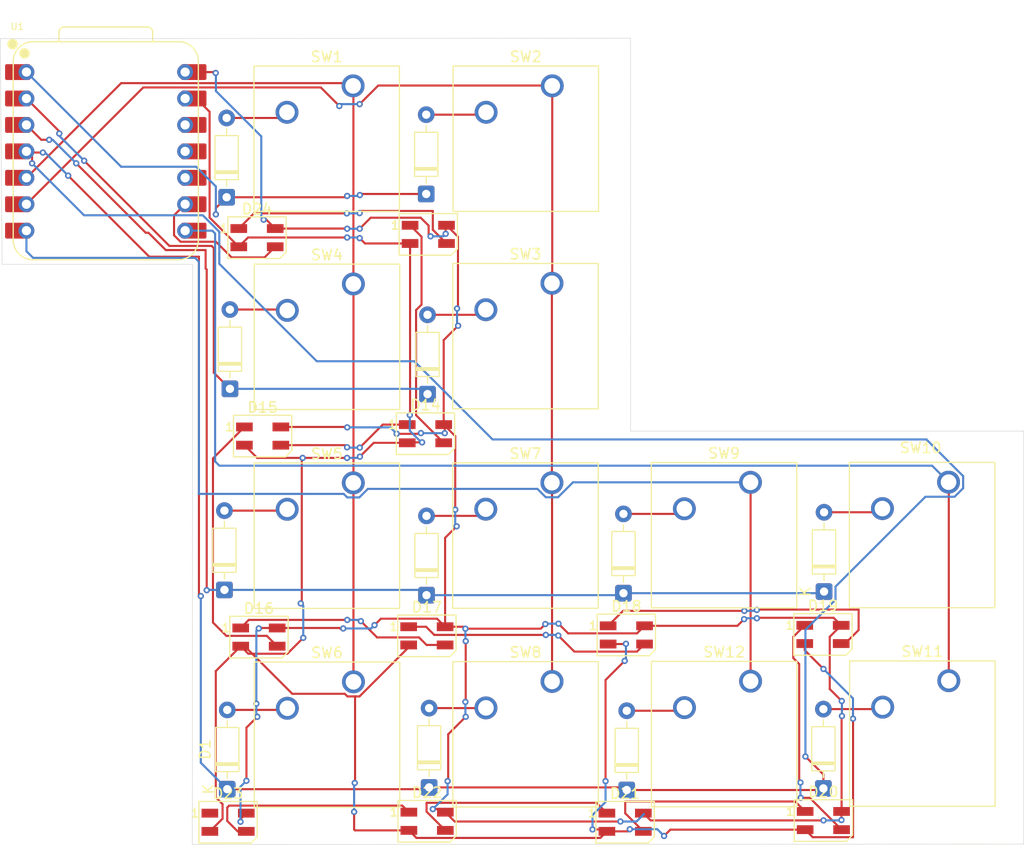
<source format=kicad_pcb>
(kicad_pcb (version 20241229) (generator "pcbnew") (generator_version "9.0")
  (layers (0 "F.Cu" signal) (2 "B.Cu" signal) (13 "F.Paste" user) (15 "B.Paste" user) (5 "F.SilkS" user "F.Silkscreen") (7 "B.SilkS" user "B.Silkscreen") (1 "F.Mask" user) (3 "B.Mask" user) (25 "Edge.Cuts" user))
  (net 0 "")
  (net 1 "Net-(D1-A)")
  (net 2 "row3")
  (net 3 "Net-(D2-A)")
  (net 4 "Net-(D3-A)")
  (net 5 "Net-(D4-A)")
  (net 6 "Net-(D5-A)")
  (net 7 "Net-(D6-A)")
  (net 8 "row2")
  (net 9 "Net-(D7-A)")
  (net 10 "Net-(D8-A)")
  (net 11 "row1")
  (net 12 "Net-(D9-A)")
  (net 13 "Net-(D10-A)")
  (net 14 "Net-(D11-A)")
  (net 15 "Net-(D12-A)")
  (net 16 "row4")
  (net 17 "+5V")
  (net 18 "Net-(D13-DOUT)")
  (net 19 "Net-(D13-DIN)")
  (net 20 "GND")
  (net 21 "Net-(D14-DOUT)")
  (net 22 "Net-(D15-DOUT)")
  (net 23 "Net-(D16-DOUT)")
  (net 24 "Net-(D17-DOUT)")
  (net 25 "Net-(D18-DOUT)")
  (net 26 "Net-(D19-DOUT)")
  (net 27 "Net-(D20-DOUT)")
  (net 28 "Net-(D21-DOUT)")
  (net 29 "Net-(D22-DOUT)")
  (net 31 "Net-(D24-DIN)")
  (net 32 "col1")
  (net 33 "col2")
  (net 34 "col3")
  (net 35 "col4")
  (footprint "Button_Switch_Keyboard:SW_Cherry_MX_1.00u_PCB" (layer "F.Cu") (at 152.557 89.8775)
    (property "Reference" "SW8")
    (property "Value" "SW_Push")
  )
  (footprint "LED_SMD:LED_SK6812MINI_PLCC4_3.5x3.5mm_P1.75mm" (layer "F.Cu") (at 159.574 103.408)
    (property "Reference" "D21")
    (property "Value" "SK6812MINI")
  )
  (footprint "Diode_THT:D_DO-35_SOD27_P7.62mm_Horizontal" (layer "F.Cu") (at 140.598 62.2615 90)
    (property "Reference" "D10" (hide yes))
    (property "Value" "1N4148")
  )
  (footprint "Button_Switch_Keyboard:SW_Cherry_MX_1.00u_PCB" (layer "F.Cu") (at 171.626 89.8525)
    (property "Reference" "SW12")
    (property "Value" "SW_Push")
  )
  (footprint "Button_Switch_Keyboard:SW_Cherry_MX_1.00u_PCB" (layer "F.Cu") (at 133.451 32.6405)
    (property "Reference" "SW1")
    (property "Value" "SW_Push")
  )
  (footprint "Button_Switch_Keyboard:SW_Cherry_MX_1.00u_PCB" (layer "F.Cu") (at 133.479 51.6775)
    (property "Reference" "SW4")
    (property "Value" "SW_Push")
  )
  (footprint "Diode_THT:D_DO-35_SOD27_P7.62mm_Horizontal" (layer "F.Cu") (at 121.62 61.7565 90)
    (property "Reference" "D7" (hide yes))
    (property "Value" "1N4148")
  )
  (footprint "Button_Switch_Keyboard:SW_Cherry_MX_1.00u_PCB" (layer "F.Cu") (at 190.639 70.7245)
    (property "Reference" "SW10")
    (property "Value" "SW_Push")
  )
  (footprint "Diode_THT:D_DO-35_SOD27_P7.62mm_Horizontal" (layer "F.Cu") (at 159.73 100.3115 90)
    (property "Reference" "D5" (hide yes))
    (property "Value" "1N4148")
  )
  (footprint "Button_Switch_Keyboard:SW_Cherry_MX_1.00u_PCB" (layer "F.Cu") (at 171.616 70.7425)
    (property "Reference" "SW9")
    (property "Value" "SW_Push")
  )
  (footprint "Diode_THT:D_DO-35_SOD27_P7.62mm_Horizontal" (layer "F.Cu") (at 178.681 81.2395 90)
    (property "Reference" "D11" (hide yes))
    (property "Value" "1N4148")
  )
  (footprint "Diode_THT:D_DO-35_SOD27_P7.62mm_Horizontal" (layer "F.Cu") (at 121.363 100.2315 90)
    (property "Reference" "D1")
    (property "Value" "1N4148")
  )
  (footprint "LED_SMD:LED_SK6812MINI_PLCC4_3.5x3.5mm_P1.75mm" (layer "F.Cu") (at 121.441 103.409)
    (property "Reference" "D23")
    (property "Value" "SK6812MINI")
  )
  (footprint "LED_SMD:LED_SK6812MINI_PLCC4_3.5x3.5mm_P1.75mm" (layer "F.Cu") (at 178.578 85.361)
    (property "Reference" "D19")
    (property "Value" "SK6812MINI")
  )
  (footprint "LED_SMD:LED_SK6812MINI_PLCC4_3.5x3.5mm_P1.75mm" (layer "F.Cu") (at 140.4 66.069)
    (property "Reference" "D14")
    (property "Value" "SK6812MINI")
  )
  (footprint "Diode_THT:D_DO-35_SOD27_P7.62mm_Horizontal" (layer "F.Cu") (at 159.415 81.3965 90)
    (property "Reference" "D6" (hide yes))
    (property "Value" "1N4148")
  )
  (footprint "Diode_THT:D_DO-35_SOD27_P7.62mm_Horizontal" (layer "F.Cu") (at 140.5 81.5855 90)
    (property "Reference" "D4" (hide yes))
    (property "Value" "1N4148")
  )
  (footprint "LED_SMD:LED_SK6812MINI_PLCC4_3.5x3.5mm_P1.75mm" (layer "F.Cu") (at 124.407 85.613)
    (property "Reference" "D16")
    (property "Value" "SK6812MINI")
  )
  (footprint "LED_SMD:LED_SK6812MINI_PLCC4_3.5x3.5mm_P1.75mm" (layer "F.Cu") (at 124.219 47.228)
    (property "Reference" "D24")
    (property "Value" "SK6812MINI")
  )
  (footprint "Diode_THT:D_DO-35_SOD27_P7.62mm_Horizontal" (layer "F.Cu") (at 140.752 100.0595 90)
    (property "Reference" "D3" (hide yes))
    (property "Value" "1N4148")
  )
  (footprint "Diode_THT:D_DO-35_SOD27_P7.62mm_Horizontal" (layer "F.Cu") (at 140.472 43.0305 90)
    (property "Reference" "D9" (hide yes))
    (property "Value" "1N4148")
  )
  (footprint "Button_Switch_Keyboard:SW_Cherry_MX_1.00u_PCB" (layer "F.Cu") (at 133.485 89.9135)
    (property "Reference" "SW6")
    (property "Value" "SW_Push")
  )
  (footprint "Diode_THT:D_DO-35_SOD27_P7.62mm_Horizontal" (layer "F.Cu") (at 121.305 43.3465 90)
    (property "Reference" "D8" (hide yes))
    (property "Value" "1N4148")
  )
  (footprint "Diode_THT:D_DO-35_SOD27_P7.62mm_Horizontal" (layer "F.Cu") (at 178.618 100.1545 90)
    (property "Reference" "D12" (hide yes))
    (property "Value" "1N4148")
  )
  (footprint "Button_Switch_Keyboard:SW_Cherry_MX_1.00u_PCB" (layer "F.Cu") (at 190.662 89.8065)
    (property "Reference" "SW11")
    (property "Value" "SW_Push")
  )
  (footprint "Button_Switch_Keyboard:SW_Cherry_MX_1.00u_PCB" (layer "F.Cu") (at 152.576 32.639)
    (property "Reference" "SW2")
    (property "Value" "SW_Push")
  )
  (footprint "lib2:XIAO-RP2040-DIP" (layer "F.Cu") (at 109.695 38.937)
    (property "Reference" "U1")
    (property "Value" "XIAO-RP2040-DIP")
  )
  (footprint "LED_SMD:LED_SK6812MINI_PLCC4_3.5x3.5mm_P1.75mm" (layer "F.Cu") (at 140.556 103.314)
    (property "Reference" "D22")
    (property "Value" "SK6812MINI")
  )
  (footprint "LED_SMD:LED_SK6812MINI_PLCC4_3.5x3.5mm_P1.75mm" (layer "F.Cu") (at 178.615 103.244)
    (property "Reference" "D20")
    (property "Value" "SK6812MINI")
  )
  (footprint "Button_Switch_Keyboard:SW_Cherry_MX_1.00u_PCB" (layer "F.Cu") (at 152.542 70.7785)
    (property "Reference" "SW7")
    (property "Value" "SW_Push")
  )
  (footprint "Diode_THT:D_DO-35_SOD27_P7.62mm_Horizontal" (layer "F.Cu") (at 121.091 81.0805 90)
    (property "Reference" "D2" (hide yes))
    (property "Value" "1N4148")
  )
  (footprint "LED_SMD:LED_SK6812MINI_PLCC4_3.5x3.5mm_P1.75mm" (layer "F.Cu") (at 140.536 85.496)
    (property "Reference" "D17")
    (property "Value" "SK6812MINI")
  )
  (footprint "LED_SMD:LED_SK6812MINI_PLCC4_3.5x3.5mm_P1.75mm" (layer "F.Cu") (at 124.76 66.295)
    (property "Reference" "D15")
    (property "Value" "SK6812MINI")
  )
  (footprint "LED_SMD:LED_SK6812MINI_PLCC4_3.5x3.5mm_P1.75mm" (layer "F.Cu") (at 140.671 46.913)
    (property "Reference" "D13" (hide yes))
    (property "Value" "SK6812MINI")
  )
  (footprint "Button_Switch_Keyboard:SW_Cherry_MX_1.00u_PCB" (layer "F.Cu") (at 152.549 51.6125)
    (property "Reference" "SW3")
    (property "Value" "SW_Push")
  )
  (footprint "LED_SMD:LED_SK6812MINI_PLCC4_3.5x3.5mm_P1.75mm" (layer "F.Cu") (at 159.692 85.406)
    (property "Reference" "D18")
    (property "Value" "SK6812MINI")
  )
  (footprint "Button_Switch_Keyboard:SW_Cherry_MX_1.00u_PCB" (layer "F.Cu") (at 133.469 70.7915)
    (property "Reference" "SW5")
    (property "Value" "SW_Push")
  )
  (gr_line (start 197.861 65.82) (end 197.861 104.97) (stroke (width 0.05)) (layer "Edge.Cuts"))
  (gr_line (start 100.201 28.101) (end 160.094 28.063) (stroke (width 0.05)) (layer "Edge.Cuts"))
  (gr_line (start 99.561 28.101) (end 100.201 28.101) (stroke (width 0.05)) (layer "Edge.Cuts"))
  (gr_line (start 197.861 105.506) (end 118.007 105.548) (stroke (width 0.05)) (layer "Edge.Cuts"))
  (gr_line (start 99.74 49.796) (end 99.561 28.101) (stroke (width 0.05)) (layer "Edge.Cuts"))
  (gr_line (start 160.101 65.82) (end 197.861 65.82) (stroke (width 0.05)) (layer "Edge.Cuts"))
  (gr_line (start 118.041 49.796) (end 99.74 49.796) (stroke (width 0.05)) (layer "Edge.Cuts"))
  (gr_line (start 160.094 28.063) (end 160.101 65.82) (stroke (width 0.05)) (layer "Edge.Cuts"))
  (gr_line (start 118.007 105.548) (end 118.041 49.796) (stroke (width 0.05)) (layer "Edge.Cuts"))
  (gr_line (start 197.861 104.97) (end 197.861 105.506) (stroke (width 0.05)) (layer "Edge.Cuts"))
  (segment (start 126.977 92.6115) (end 127.135 92.4535) (width 0.2) (layer "F.Cu") (net 1))
  (segment (start 121.363 92.6115) (end 126.977 92.6115) (width 0.2) (layer "F.Cu") (net 1))
  (segment (start 115.461 48.422) (end 113.795 46.756) (width 0.2) (layer "F.Cu") (net 2))
  (segment (start 119.284 48.422) (end 115.461 48.422) (width 0.2) (layer "F.Cu") (net 2))
  (segment (start 119.39 50.295058) (end 119.284 50.189058) (width 0.2) (layer "F.Cu") (net 2))
  (segment (start 113.795 46.756) (end 113.52944 46.756) (width 0.2) (layer "F.Cu") (net 2))
  (segment (start 113.52944 46.756) (end 106.858878 40.085438) (width 0.2) (layer "F.Cu") (net 2))
  (segment (start 103.5 37.822) (end 102.075 36.397) (width 0.2) (layer "F.Cu") (net 2))
  (segment (start 104.259 37.822) (end 103.5 37.822) (width 0.2) (layer "F.Cu") (net 2))
  (segment (start 119.39 81.108) (end 119.39 50.295058) (width 0.2) (layer "F.Cu") (net 2))
  (segment (start 119.284 50.189058) (end 119.284 48.422) (width 0.2) (layer "F.Cu") (net 2))
  (via (at 119.39 81.108) (size 0.6) (drill 0.3) (layers "F.Cu" "B.Cu") (net 2))
  (via (at 106.858878 40.085438) (size 0.6) (drill 0.3) (layers "F.Cu" "B.Cu") (net 2))
  (via (at 104.259 37.822) (size 0.6) (drill 0.3) (layers "F.Cu" "B.Cu") (net 2))
  (segment (start 139.995 81.0805) (end 140.5 81.5855) (width 0.2) (layer "B.Cu") (net 2))
  (segment (start 119.4175 81.0805) (end 119.39 81.108) (width 0.2) (layer "B.Cu") (net 2))
  (segment (start 140.5 81.5855) (end 159.226 81.5855) (width 0.2) (layer "B.Cu") (net 2))
  (segment (start 106.858878 40.085438) (end 104.59544 37.822) (width 0.2) (layer "B.Cu") (net 2))
  (segment (start 121.091 81.0805) (end 139.995 81.0805) (width 0.2) (layer "B.Cu") (net 2))
  (segment (start 104.59544 37.822) (end 104.259 37.822) (width 0.2) (layer "B.Cu") (net 2))
  (segment (start 159.415 81.3965) (end 178.524 81.3965) (width 0.2) (layer "B.Cu") (net 2))
  (segment (start 159.226 81.5855) (end 159.415 81.3965) (width 0.2) (layer "B.Cu") (net 2))
  (segment (start 121.091 81.0805) (end 119.4175 81.0805) (width 0.2) (layer "B.Cu") (net 2))
  (segment (start 178.524 81.3965) (end 178.681 81.2395) (width 0.2) (layer "B.Cu") (net 2))
  (segment (start 121.091 73.4605) (end 126.99 73.4605) (width 0.2) (layer "F.Cu") (net 3))
  (segment (start 126.99 73.4605) (end 127.119 73.3315) (width 0.2) (layer "F.Cu") (net 3))
  (segment (start 146.185 92.4395) (end 146.207 92.4175) (width 0.2) (layer "F.Cu") (net 4))
  (segment (start 140.752 92.4395) (end 146.185 92.4395) (width 0.2) (layer "F.Cu") (net 4))
  (segment (start 145.545 73.9655) (end 146.192 73.3185) (width 0.2) (layer "F.Cu") (net 5))
  (segment (start 140.5 73.9655) (end 145.545 73.9655) (width 0.2) (layer "F.Cu") (net 5))
  (segment (start 164.977 92.6915) (end 165.276 92.3925) (width 0.2) (layer "F.Cu") (net 6))
  (segment (start 159.73 92.6915) (end 164.977 92.6915) (width 0.2) (layer "F.Cu") (net 6))
  (segment (start 159.415 73.7765) (end 164.772 73.7765) (width 0.2) (layer "F.Cu") (net 7))
  (segment (start 164.772 73.7765) (end 165.266 73.2825) (width 0.2) (layer "F.Cu") (net 7))
  (segment (start 105.23 37.012) (end 102.075 33.857) (width 0.2) (layer "F.Cu") (net 8))
  (segment (start 115.804 48.021) (end 119.862 48.021) (width 0.2) (layer "F.Cu") (net 8))
  (segment (start 120.07 60.2065) (end 121.62 61.7565) (width 0.2) (layer "F.Cu") (net 8))
  (segment (start 105.23 37.222) (end 105.23 37.012) (width 0.2) (layer "F.Cu") (net 8))
  (segment (start 120.07 48.229) (end 120.07 60.2065) (width 0.2) (layer "F.Cu") (net 8))
  (segment (start 107.619 39.836) (end 115.804 48.021) (width 0.2) (layer "F.Cu") (net 8))
  (segment (start 119.862 48.021) (end 120.07 48.229) (width 0.2) (layer "F.Cu") (net 8))
  (via (at 107.619 39.836) (size 0.6) (drill 0.3) (layers "F.Cu" "B.Cu") (net 8))
  (via (at 105.23 37.222) (size 0.6) (drill 0.3) (layers "F.Cu" "B.Cu") (net 8))
  (segment (start 105.23 37.447) (end 107.619 39.836) (width 0.2) (layer "B.Cu") (net 8))
  (segment (start 105.23 37.222) (end 105.23 37.447) (width 0.2) (layer "B.Cu") (net 8))
  (segment (start 140.093 61.7565) (end 140.598 62.2615) (width 0.2) (layer "B.Cu") (net 8))
  (segment (start 121.62 61.7565) (end 140.093 61.7565) (width 0.2) (layer "B.Cu") (net 8))
  (segment (start 121.62 54.1365) (end 127.048 54.1365) (width 0.2) (layer "F.Cu") (net 9))
  (segment (start 127.048 54.1365) (end 127.129 54.2175) (width 0.2) (layer "F.Cu") (net 9))
  (segment (start 126.555 35.7265) (end 127.101 35.1805) (width 0.2) (layer "F.Cu") (net 10))
  (segment (start 121.305 35.7265) (end 126.555 35.7265) (width 0.2) (layer "F.Cu") (net 10))
  (segment (start 134.097 43.135) (end 134.2015 43.0305) (width 0.2) (layer "F.Cu") (net 11))
  (segment (start 132.7515 43.3465) (end 132.879 43.219) (width 0.2) (layer "F.Cu") (net 11))
  (segment (start 120.267 44.993) (end 120.267 44.3845) (width 0.2) (layer "F.Cu") (net 11))
  (segment (start 121.305 43.3465) (end 132.7515 43.3465) (width 0.2) (layer "F.Cu") (net 11))
  (segment (start 134.2015 43.0305) (end 140.472 43.0305) (width 0.2) (layer "F.Cu") (net 11))
  (segment (start 120.267 44.3845) (end 121.305 43.3465) (width 0.2) (layer "F.Cu") (net 11))
  (via (at 134.097 43.135) (size 0.6) (drill 0.3) (layers "F.Cu" "B.Cu") (net 11))
  (via (at 132.879 43.219) (size 0.6) (drill 0.3) (layers "F.Cu" "B.Cu") (net 11))
  (via (at 120.267 44.993) (size 0.6) (drill 0.3) (layers "F.Cu" "B.Cu") (net 11))
  (segment (start 120.267 42.3085) (end 120.267 44.993) (width 0.2) (layer "B.Cu") (net 11))
  (segment (start 111.172 40.414) (end 118.3725 40.414) (width 0.2) (layer "B.Cu") (net 11))
  (segment (start 134.013 43.219) (end 134.097 43.135) (width 0.2) (layer "B.Cu") (net 11))
  (segment (start 118.3725 40.414) (end 120.267 42.3085) (width 0.2) (layer "B.Cu") (net 11))
  (segment (start 132.879 43.219) (end 134.013 43.219) (width 0.2) (layer "B.Cu") (net 11))
  (segment (start 111.172 40.414) (end 102.075 31.317) (width 0.2) (layer "B.Cu") (net 11))
  (segment (start 140.472 35.4105) (end 145.7195 35.4105) (width 0.2) (layer "F.Cu") (net 12))
  (segment (start 140.598 54.6415) (end 145.71 54.6415) (width 0.2) (layer "F.Cu") (net 13))
  (segment (start 145.71 54.6415) (end 146.199 54.1525) (width 0.2) (layer "F.Cu") (net 13))
  (segment (start 178.681 73.6195) (end 183.934 73.6195) (width 0.2) (layer "F.Cu") (net 14))
  (segment (start 183.934 73.6195) (end 184.289 73.2645) (width 0.2) (layer "F.Cu") (net 14))
  (segment (start 184.124 92.5345) (end 184.312 92.3465) (width 0.2) (layer "F.Cu") (net 15))
  (segment (start 178.618 92.5345) (end 184.124 92.5345) (width 0.2) (layer "F.Cu") (net 15))
  (segment (start 102.187735 39.049735) (end 102.075 38.937) (width 0.2) (layer "F.Cu") (net 16))
  (segment (start 102.618735 40.084735) (end 102.618735 39.480735) (width 0.2) (layer "F.Cu") (net 16))
  (segment (start 118.642124 81.49148) (end 118.642124 49.061124) (width 0.2) (layer "F.Cu") (net 16))
  (segment (start 118.642124 49.061124) (end 113.875124 49.061124) (width 0.2) (layer "F.Cu") (net 16))
  (segment (start 103.653735 39.049735) (end 102.187735 39.049735) (width 0.2) (layer "F.Cu") (net 16))
  (segment (start 140.58 100.2315) (end 140.752 100.0595) (width 0.2) (layer "F.Cu") (net 16))
  (segment (start 178.618 100.1545) (end 178.618 98.815) (width 0.2) (layer "F.Cu") (net 16))
  (segment (start 178.461 100.3115) (end 178.618 100.1545) (width 0.2) (layer "F.Cu") (net 16))
  (segment (start 140.752 100.0595) (end 159.478 100.0595) (width 0.2) (layer "F.Cu") (net 16))
  (segment (start 178.618 98.815) (end 176.893 97.09) (width 0.2) (layer "F.Cu") (net 16))
  (segment (start 159.73 100.3115) (end 178.461 100.3115) (width 0.2) (layer "F.Cu") (net 16))
  (segment (start 113.875124 49.061124) (end 106.084 41.27) (width 0.2) (layer "F.Cu") (net 16))
  (segment (start 118.821562 81.670918) (end 118.642124 81.49148) (width 0.2) (layer "F.Cu") (net 16))
  (segment (start 102.618735 39.480735) (end 102.075 38.937) (width 0.2) (layer "F.Cu") (net 16))
  (segment (start 159.478 100.0595) (end 159.73 100.3115) (width 0.2) (layer "F.Cu") (net 16))
  (segment (start 121.363 100.2315) (end 140.58 100.2315) (width 0.2) (layer "F.Cu") (net 16))
  (via (at 176.893 97.09) (size 0.6) (drill 0.3) (layers "F.Cu" "B.Cu") (net 16))
  (via (at 103.653735 39.049735) (size 0.6) (drill 0.3) (layers "F.Cu" "B.Cu") (net 16))
  (via (at 102.618735 40.084735) (size 0.6) (drill 0.3) (layers "F.Cu" "B.Cu") (net 16))
  (via (at 106.084 41.27) (size 0.6) (drill 0.3) (layers "F.Cu" "B.Cu") (net 16))
  (via (at 118.821562 81.670918) (size 0.6) (drill 0.3) (layers "F.Cu" "B.Cu") (net 16))
  (segment (start 107.614 45.08) (end 102.618735 40.084735) (width 0.2) (layer "B.Cu") (net 16))
  (segment (start 188.515812 66.619998) (end 146.842658 66.619998) (width 0.2) (layer "B.Cu") (net 16))
  (segment (start 191.219314 72.1255) (end 192.04 71.304814) (width 0.2) (layer "B.Cu") (net 16))
  (segment (start 146.842658 66.619998) (end 139.33116 59.1085) (width 0.2) (layer "B.Cu") (net 16))
  (segment (start 176.893 97.09) (end 176.893 84.91366) (width 0.2) (layer "B.Cu") (net 16))
  (segment (start 119.0151 45.08) (end 107.614 45.08) (width 0.2) (layer "B.Cu") (net 16))
  (segment (start 188.417314 72.1255) (end 191.219314 72.1255) (width 0.2) (layer "B.Cu") (net 16))
  (segment (start 179.782 82.02466) (end 179.782 80.760814) (width 0.2) (layer "B.Cu") (net 16))
  (segment (start 192.04 70.144186) (end 188.515812 66.619998) (width 0.2) (layer "B.Cu") (net 16))
  (segment (start 179.782 80.760814) (end 188.417314 72.1255) (width 0.2) (layer "B.Cu") (net 16))
  (segment (start 103.863735 39.049735) (end 103.653735 39.049735) (width 0.2) (layer "B.Cu") (net 16))
  (segment (start 120.599 49.742316) (end 120.599 46.6639) (width 0.2) (layer "B.Cu") (net 16))
  (segment (start 139.33116 59.1085) (end 129.965184 59.1085) (width 0.2) (layer "B.Cu") (net 16))
  (segment (start 176.893 84.91366) (end 179.782 82.02466) (width 0.2) (layer "B.Cu") (net 16))
  (segment (start 192.04 71.304814) (end 192.04 70.144186) (width 0.2) (layer "B.Cu") (net 16))
  (segment (start 106.084 41.27) (end 103.863735 39.049735) (width 0.2) (layer "B.Cu") (net 16))
  (segment (start 121.363 100.2315) (end 118.821562 97.690062) (width 0.2) (layer "B.Cu") (net 16))
  (segment (start 118.821562 97.690062) (end 118.821562 81.670918) (width 0.2) (layer "B.Cu") (net 16))
  (segment (start 129.965184 59.1085) (end 120.599 49.742316) (width 0.2) (layer "B.Cu") (net 16))
  (segment (start 120.599 46.6639) (end 119.0151 45.08) (width 0.2) (layer "B.Cu") (net 16))
  (segment (start 123.206 94.315) (end 123.206 99.45) (width 0.2) (layer "F.Cu") (net 17))
  (segment (start 170.360398 84.531) (end 161.442 84.531) (width 0.2) (layer "F.Cu") (net 17))
  (segment (start 143.522 47.139) (end 143.522 53.9525) (width 0.2) (layer "F.Cu") (net 17))
  (segment (start 120.251 31.401) (end 120.167 31.317) (width 0.2) (layer "F.Cu") (net 17))
  (segment (start 162.022673 103.231673) (end 177.906751 103.231673) (width 0.2) (layer "F.Cu") (net 17))
  (segment (start 144.265 93.27) (end 142.582 94.953) (width 0.2) (layer "F.Cu") (net 17))
  (segment (start 161.442 84.531) (end 160.716 85.257) (width 0.2) (layer "F.Cu") (net 17))
  (segment (start 139.725944 66.011) (end 139.966 66.011) (width 0.2) (layer "F.Cu") (net 17))
  (segment (start 160.716 85.257) (end 154.107 85.257) (width 0.2) (layer "F.Cu") (net 17))
  (segment (start 143.522 53.9525) (end 143.433 54.0415) (width 0.2) (layer "F.Cu") (net 17))
  (segment (start 143.533 55.693) (end 142.15 57.076) (width 0.2) (layer "F.Cu") (net 17))
  (segment (start 180.38 91.757) (end 179.227 90.604) (width 0.2) (layer "F.Cu") (net 17))
  (segment (start 142.306 102.439) (end 143.203 103.336) (width 0.2) (layer "F.Cu") (net 17))
  (segment (start 180.328 84.486) (end 179.602 83.76) (width 0.2) (layer "F.Cu") (net 17))
  (segment (start 143.393 74.97) (end 142.286 76.077) (width 0.2) (layer "F.Cu") (net 17))
  (segment (start 151.913 84.365) (end 151.473 84.805) (width 0.2) (layer "F.Cu") (net 17))
  (segment (start 180.354 103.193998) (end 180.354 102.38) (width 0.2) (layer "F.Cu") (net 17))
  (segment (start 142.252 65.296) (end 142.15 65.194) (width 0.2) (layer "F.Cu") (net 17))
  (segment (start 132.18 84.786) (end 132.132 84.738) (width 0.2) (layer "F.Cu") (net 17))
  (segment (start 142.286 84.621) (end 141.509 83.844) (width 0.2) (layer "F.Cu") (net 17))
  (segment (start 134.079 46.37) (end 135.137 45.312) (width 0.2) (layer "F.Cu") (net 17))
  (segment (start 161.324 102.533) (end 162.022673 103.231673) (width 0.2) (layer "F.Cu") (net 17))
  (segment (start 125.115 45.499) (end 125.969 46.353) (width 0.2) (layer "F.Cu") (net 17))
  (segment (start 142.582 99.4595) (end 142.525 99.4595) (width 0.2) (layer "F.Cu") (net 17))
  (segment (start 142.252 66.018998) (end 142.252 65.296) (width 0.2) (layer "F.Cu") (net 17))
  (segment (start 125.969 46.353) (end 132.862 46.353) (width 0.2) (layer "F.Cu") (net 17))
  (segment (start 141.107528 102.142) (end 142.009 102.142) (width 0.2) (layer "F.Cu") (net 17))
  (segment (start 123.206 99.422) (end 123.203 99.419) (width 0.2) (layer "F.Cu") (net 17))
  (segment (start 135.137 45.312) (end 139.941 45.312) (width 0.2) (layer "F.Cu") (net 17))
  (segment (start 126.157 84.738) (end 124.436 84.738) (width 0.2) (layer "F.Cu") (net 17))
  (segment (start 120.167 31.317) (end 117.315 31.317) (width 0.2) (layer "F.Cu") (net 17))
  (segment (start 180.365 102.369) (end 180.365 93.234) (width 0.2) (layer "F.Cu") (net 17))
  (segment (start 124.859 45.499) (end 125.115 45.499) (width 0.2) (layer "F.Cu") (net 17))
  (segment (start 142.15 57.076) (end 142.15 65.194) (width 0.2) (layer "F.Cu") (net 17))
  (segment (start 140.704 46.919529) (end 140.884908 47.100437) (width 0.2) (layer "F.Cu") (net 17))
  (segment (start 124.436 84.738) (end 124.392 84.782) (width 0.2) (layer "F.Cu") (net 17))
  (segment (start 144.265 91.8095) (end 144.235 91.8395) (width 0.2) (layer "F.Cu") (net 17))
  (segment (start 139.941 45.312) (end 140.704 46.075) (width 0.2) (layer "F.Cu") (net 17))
  (segment (start 137.632054 66.069001) (end 137.644053 66.081) (width 0.2) (layer "F.Cu") (net 17))
  (segment (start 142.421 46.038) (end 143.522 47.139) (width 0.2) (layer "F.Cu") (net 17))
  (segment (start 179.227 90.604) (end 179.227 85.587) (width 0.2) (layer "F.Cu") (net 17))
  (segment (start 142.009 102.142) (end 142.306 102.439) (width 0.2) (layer "F.Cu") (net 17))
  (segment (start 137.644053 66.081) (end 139.655944 66.081) (width 0.2) (layer "F.Cu") (net 17))
  (segment (start 122.635 103.358998) (end 122.635 103.09) (width 0.2) (layer "F.Cu") (net 17))
  (segment (start 140.704 46.075) (end 140.704 46.919529) (width 0.2) (layer "F.Cu") (net 17))
  (segment (start 177.906751 103.231673) (end 178.627327 103.231673) (width 0.2) (layer "F.Cu") (net 17))
  (segment (start 126.51 65.42) (end 132.845 65.42) (width 0.2) (layer "F.Cu") (net 17))
  (segment (start 141.509 83.844) (end 136.127 83.844) (width 0.2) (layer "F.Cu") (net 17))
  (segment (start 180.365 93.234) (end 180.4 93.199) (width 0.2) (layer "F.Cu") (net 17))
  (segment (start 172.27 83.76) (end 172.226 83.804) (width 0.2) (layer "F.Cu") (net 17))
  (segment (start 180.354 102.38) (end 180.365 102.369) (width 0.2) (layer "F.Cu") (net 17))
  (segment (start 139.655944 66.081) (end 139.667945 66.068999) (width 0.2) (layer "F.Cu") (net 17))
  (segment (start 143.203 103.336) (end 159.124 103.336) (width 0.2) (layer "F.Cu") (net 17))
  (segment (start 154.107 85.257) (end 153.175 84.325) (width 0.2) (layer "F.Cu") (net 17))
  (segment (start 132.862 46.353) (end 132.879 46.37) (width 0.2) (layer "F.Cu") (net 17))
  (segment (start 132.132 84.738) (end 126.157 84.738) (width 0.2) (layer "F.Cu") (net 17))
  (segment (start 144.051 84.621) (end 144.235 84.805) (width 0.2) (layer "F.Cu") (net 17))
  (segment (start 142.286 76.077) (end 142.286 84.621) (width 0.2) (layer "F.Cu") (net 17))
  (segment (start 143.258 66.302) (end 143.258 73.3655) (width 0.2) (layer "F.Cu") (net 17))
  (segment (start 142.15 65.194) (end 143.258 66.302) (width 0.2) (layer "F.Cu") (net 17))
  (segment (start 132.501 84.786) (end 132.18 84.786) (width 0.2) (layer "F.Cu") (net 17))
  (segment (start 142.582 94.953) (end 142.582 99.4595) (width 0.2) (layer "F.Cu") (net 17))
  (segment (start 123.206 99.45) (end 123.206 99.422) (width 0.2) (layer "F.Cu") (net 17))
  (segment (start 139.667945 66.068999) (end 139.725944 66.011) (width 0.2) (layer "F.Cu") (net 17))
  (segment (start 142.286 84.621) (end 144.051 84.621) (width 0.2) (layer "F.Cu") (net 17))
  (segment (start 178.627327 103.231673) (end 178.628235 103.230765) (width 0.2) (layer "F.Cu") (net 17))
  (segment (start 151.473 84.805) (end 144.235 84.805) (width 0.2) (layer "F.Cu") (net 17))
  (segment (start 124.248 93.273) (end 123.206 94.315) (width 0.2) (layer "F.Cu") (net 17))
  (segment (start 179.227 85.587) (end 180.328 84.486) (width 0.2) (layer "F.Cu") (net 17))
  (segment (start 142.338264 46.856734) (end 142.338264 46.120736) (width 0.2) (layer "F.Cu") (net 17))
  (segment (start 144.265 86.005) (end 144.265 91.8095) (width 0.2) (layer "F.Cu") (net 17))
  (segment (start 122.635 103.09) (end 123.191 102.534) (width 0.2) (layer "F.Cu") (net 17))
  (segment (start 124.278 91.8915) (end 124.158 92.0115) (width 0.2) (layer "F.Cu") (net 17))
  (segment (start 170.999824 83.891574) (end 170.360398 84.531) (width 0.2) (layer "F.Cu") (net 17))
  (segment (start 179.602 83.76) (end 172.27 83.76) (width 0.2) (layer "F.Cu") (net 17))
  (segment (start 136.127 83.844) (end 135.506 84.465) (width 0.2) (layer "F.Cu") (net 17))
  (segment (start 132.845 65.42) (end 132.885 65.46) (width 0.2) (layer "F.Cu") (net 17))
  (via (at 137.632054 66.069001) (size 0.6) (drill 0.3) (layers "F.Cu" "B.Cu") (net 17))
  (via (at 135.506 84.465) (size 0.6) (drill 0.3) (layers "F.Cu" "B.Cu") (net 17))
  (via (at 180.38 91.757) (size 0.6) (drill 0.3) (layers "F.Cu" "B.Cu") (net 17))
  (via (at 120.251 31.401) (size 0.6) (drill 0.3) (layers "F.Cu" "B.Cu") (net 17))
  (via (at 144.235 84.805) (size 0.6) (drill 0.3) (layers "F.Cu" "B.Cu") (net 17))
  (via (at 124.392 84.782) (size 0.6) (drill 0.3) (layers "F.Cu" "B.Cu") (net 17))
  (via (at 124.859 45.499) (size 0.6) (drill 0.3) (layers "F.Cu" "B.Cu") (net 17))
  (via (at 124.248 93.273) (size 0.6) (drill 0.3) (layers "F.Cu" "B.Cu") (net 17))
  (via (at 144.265 93.27) (size 0.6) (drill 0.3) (layers "F.Cu" "B.Cu") (net 17))
  (via (at 124.158 92.0115) (size 0.6) (drill 0.3) (layers "F.Cu" "B.Cu") (net 17))
  (via (at 180.354 103.193998) (size 0.6) (drill 0.3) (layers "F.Cu" "B.Cu") (net 17))
  (via (at 144.235 91.8395) (size 0.6) (drill 0.3) (layers "F.Cu" "B.Cu") (net 17))
  (via (at 141.107528 102.142) (size 0.6) (drill 0.3) (layers "F.Cu" "B.Cu") (net 17))
  (via (at 144.265 86.005) (size 0.6) (drill 0.3) (layers "F.Cu" "B.Cu") (net 17))
  (via (at 142.252 66.018998) (size 0.6) (drill 0.3) (layers "F.Cu" "B.Cu") (net 17))
  (via (at 178.628235 103.230765) (size 0.6) (drill 0.3) (layers "F.Cu" "B.Cu") (net 17))
  (via (at 134.079 46.37) (size 0.6) (drill 0.3) (layers "F.Cu" "B.Cu") (net 17))
  (via (at 180.4 93.199) (size 0.6) (drill 0.3) (layers "F.Cu" "B.Cu") (net 17))
  (via (at 143.258 73.3655) (size 0.6) (drill 0.3) (layers "F.Cu" "B.Cu") (net 17))
  (via (at 139.966 66.011) (size 0.6) (drill 0.3) (layers "F.Cu" "B.Cu") (net 17))
  (via (at 142.338264 46.856734) (size 0.6) (drill 0.3) (layers "F.Cu" "B.Cu") (net 17))
  (via (at 151.913 84.365) (size 0.6) (drill 0.3) (layers "F.Cu" "B.Cu") (net 17))
  (via (at 159.124 103.336) (size 0.6) (drill 0.3) (layers "F.Cu" "B.Cu") (net 17))
  (via (at 132.879 46.37) (size 0.6) (drill 0.3) (layers "F.Cu" "B.Cu") (net 17))
  (via (at 143.533 55.693) (size 0.6) (drill 0.3) (layers "F.Cu" "B.Cu") (net 17))
  (via (at 143.393 74.97) (size 0.6) (drill 0.3) (layers "F.Cu" "B.Cu") (net 17))
  (via (at 132.501 84.786) (size 0.6) (drill 0.3) (layers "F.Cu" "B.Cu") (net 17))
  (via (at 142.525 99.4595) (size 0.6) (drill 0.3) (layers "F.Cu" "B.Cu") (net 17))
  (via (at 170.999824 83.891574) (size 0.6) (drill 0.3) (layers "F.Cu" "B.Cu") (net 17))
  (via (at 140.884908 47.100437) (size 0.6) (drill 0.3) (layers "F.Cu" "B.Cu") (net 17))
  (via (at 132.885 65.46) (size 0.6) (drill 0.3) (layers "F.Cu" "B.Cu") (net 17))
  (via (at 172.226 83.804) (size 0.6) (drill 0.3) (layers "F.Cu" "B.Cu") (net 17))
  (via (at 122.635 103.358998) (size 0.6) (drill 0.3) (layers "F.Cu" "B.Cu") (net 17))
  (via (at 143.433 54.0415) (size 0.6) (drill 0.3) (layers "F.Cu" "B.Cu") (net 17))
  (via (at 123.203 99.419) (size 0.6) (drill 0.3) (layers "F.Cu" "B.Cu") (net 17))
  (via (at 153.175 84.325) (size 0.6) (drill 0.3) (layers "F.Cu" "B.Cu") (net 17))
  (segment (start 124.63 45.27) (end 124.859 45.499) (width 0.2) (layer "B.Cu") (net 17))
  (segment (start 144.235 85.975) (end 144.265 86.005) (width 0.2) (layer "B.Cu") (net 17))
  (segment (start 159.124 103.336) (end 160.67 103.336) (width 0.2) (layer "B.Cu") (net 17))
  (segment (start 142.094561 47.100437) (end 142.338264 46.856734) (width 0.2) (layer "B.Cu") (net 17))
  (segment (start 124.63 37.49445) (end 120.273 33.13745) (width 0.2) (layer "B.Cu") (net 17))
  (segment (start 135.185 84.786) (end 132.501 84.786) (width 0.2) (layer "B.Cu") (net 17))
  (segment (start 142.525 99.4595) (end 142.525 100.724528) (width 0.2) (layer "B.Cu") (net 17))
  (segment (start 124.158 93.183) (end 124.248 93.273) (width 0.2) (layer "B.Cu") (net 17))
  (segment (start 180.4 93.199) (end 180.4 91.777) (width 0.2) (layer "B.Cu") (net 17))
  (segment (start 180.4 91.777) (end 180.38 91.757) (width 0.2) (layer "B.Cu") (net 17))
  (segment (start 135.506 84.465) (end 135.185 84.786) (width 0.2) (layer "B.Cu") (net 17))
  (segment (start 137.023054 65.46) (end 137.632054 66.069001) (width 0.2) (layer "B.Cu") (net 17))
  (segment (start 161.371 102.635) (end 161.371 102.603) (width 0.2) (layer "B.Cu") (net 17))
  (segment (start 144.235 84.805) (end 144.235 85.975) (width 0.2) (layer "B.Cu") (net 17))
  (segment (start 132.885 65.46) (end 137.023054 65.46) (width 0.2) (layer "B.Cu") (net 17))
  (segment (start 153.175 84.325) (end 151.953 84.325) (width 0.2) (layer "B.Cu") (net 17))
  (segment (start 124.392 84.782) (end 124.158 85.016) (width 0.2) (layer "B.Cu") (net 17))
  (segment (start 120.273 31.423) (end 120.251 31.401) (width 0.2) (layer "B.Cu") (net 17))
  (segment (start 132.879 46.37) (end 134.079 46.37) (width 0.2) (layer "B.Cu") (net 17))
  (segment (start 124.158 85.016) (end 124.158 92.0115) (width 0.2) (layer "B.Cu") (net 17))
  (segment (start 171.087398 83.804) (end 170.999824 83.891574) (width 0.2) (layer "B.Cu") (net 17))
  (segment (start 143.258 73.3655) (end 143.258 74.835) (width 0.2) (layer "B.Cu") (net 17))
  (segment (start 142.525 100.724528) (end 141.107528 102.142) (width 0.2) (layer "B.Cu") (net 17))
  (segment (start 160.67 103.336) (end 161.371 102.635) (width 0.2) (layer "B.Cu") (net 17))
  (segment (start 124.63 45.061) (end 124.63 45.27) (width 0.2) (layer "B.Cu") (net 17))
  (segment (start 124.63 37.49445) (end 124.63 45.061) (width 0.2) (layer "B.Cu") (net 17))
  (segment (start 172.226 83.804) (end 171.087398 83.804) (width 0.2) (layer "B.Cu") (net 17))
  (segment (start 139.966 66.011) (end 139.973998 66.018998) (width 0.2) (layer "B.Cu") (net 17))
  (segment (start 143.433 55.593) (end 143.533 55.693) (width 0.2) (layer "B.Cu") (net 17))
  (segment (start 124.158 92.0115) (end 124.158 93.183) (width 0.2) (layer "B.Cu") (net 17))
  (segment (start 178.628235 103.230765) (end 180.317233 103.230765) (width 0.2) (layer "B.Cu") (net 17))
  (segment (start 143.433 54.0415) (end 143.433 55.593) (width 0.2) (layer "B.Cu") (net 17))
  (segment (start 180.317233 103.230765) (end 180.354 103.193998) (width 0.2) (layer "B.Cu") (net 17))
  (segment (start 140.884908 47.100437) (end 142.094561 47.100437) (width 0.2) (layer "B.Cu") (net 17))
  (segment (start 144.235 91.8395) (end 144.235 93.24) (width 0.2) (layer "B.Cu") (net 17))
  (segment (start 151.953 84.325) (end 151.913 84.365) (width 0.2) (layer "B.Cu") (net 17))
  (segment (start 122.635 99.987) (end 122.635 103.358998) (width 0.2) (layer "B.Cu") (net 17))
  (segment (start 123.203 99.419) (end 122.635 99.987) (width 0.2) (layer "B.Cu") (net 17))
  (segment (start 144.235 93.24) (end 144.265 93.27) (width 0.2) (layer "B.Cu") (net 17))
  (segment (start 120.273 33.13745) (end 120.273 31.423) (width 0.2) (layer "B.Cu") (net 17))
  (segment (start 139.973998 66.018998) (end 142.252 66.018998) (width 0.2) (layer "B.Cu") (net 17))
  (segment (start 143.258 74.835) (end 143.393 74.97) (width 0.2) (layer "B.Cu") (net 17))
  (segment (start 139.497 54.18545) (end 139.497 64.291) (width 0.2) (layer "F.Cu") (net 18))
  (segment (start 138.921 46.038) (end 140.022 47.139) (width 0.2) (layer "F.Cu") (net 18))
  (segment (start 139.497 64.291) (end 142.15 66.944) (width 0.2) (layer "F.Cu") (net 18))
  (segment (start 140.022 47.139) (end 140.022 53.66045) (width 0.2) (layer "F.Cu") (net 18))
  (segment (start 140.022 53.66045) (end 139.497 54.18545) (width 0.2) (layer "F.Cu") (net 18))
  (segment (start 134.29 44.658) (end 141.105 44.658) (width 0.2) (layer "F.Cu") (net 19))
  (segment (start 122.469 46.353) (end 123.923 44.899) (width 0.2) (layer "F.Cu") (net 19))
  (segment (start 134.079 44.869) (end 134.29 44.658) (width 0.2) (layer "F.Cu") (net 19))
  (segment (start 123.923 44.899) (end 132.841 44.899) (width 0.2) (layer "F.Cu") (net 19))
  (segment (start 141.105 44.658) (end 141.105 46.472) (width 0.2) (layer "F.Cu") (net 19))
  (segment (start 141.105 46.472) (end 142.421 47.788) (width 0.2) (layer "F.Cu") (net 19))
  (via (at 132.841 44.899) (size 0.6) (drill 0.3) (layers "F.Cu" "B.Cu") (net 19))
  (via (at 134.079 44.869) (size 0.6) (drill 0.3) (layers "F.Cu" "B.Cu") (net 19))
  (segment (start 132.841 44.899) (end 134.049 44.899) (width 0.2) (layer "B.Cu") (net 19))
  (segment (start 134.049 44.899) (end 134.079 44.869) (width 0.2) (layer "B.Cu") (net 19))
  (segment (start 120.912 103.063) (end 120.912 101.66666) (width 0.2) (layer "F.Cu") (net 20))
  (segment (start 124.235 68.395) (end 128.603 68.395) (width 0.2) (layer "F.Cu") (net 20))
  (segment (start 163.920064 104.119) (end 176.865 104.119) (width 0.2) (layer "F.Cu") (net 20))
  (segment (start 135.433 66.944) (end 138.65 66.944) (width 0.2) (layer "F.Cu") (net 20))
  (segment (start 127.607907 91.063907) (end 132.654093 91.063907) (width 0.2) (layer "F.Cu") (net 20))
  (segment (start 138.786 86.593814) (end 138.786 86.371) (width 0.2) (layer "F.Cu") (net 20))
  (segment (start 123.383 87.214) (end 127.132 87.214) (width 0.2) (layer "F.Cu") (net 20))
  (segment (start 127.132 87.214) (end 128.663 85.683) (width 0.2) (layer "F.Cu") (net 20))
  (segment (start 156.443 104.099) (end 157.64 104.099) (width 0.2) (layer "F.Cu") (net 20))
  (segment (start 157.64 104.099) (end 157.824 104.283) (width 0.2) (layer "F.Cu") (net 20))
  (segment (start 132.654093 91.063907) (end 132.904686 91.3145) (width 0.2) (layer "F.Cu") (net 20))
  (segment (start 119.667 35.13137) (end 118.39263 33.857) (width 0.2) (layer "F.Cu") (net 20))
  (segment (start 157.942 86.281) (end 159.632 86.281) (width 0.2) (layer "F.Cu") (net 20))
  (segment (start 134.079 47.275) (end 134.592 47.788) (width 0.2) (layer "F.Cu") (net 20))
  (segment (start 118.39263 33.857) (end 117.315 33.857) (width 0.2) (layer "F.Cu") (net 20))
  (segment (start 122.469 48.103) (end 123.358 47.214) (width 0.2) (layer "F.Cu") (net 20))
  (segment (start 176.828 86.878) (end 176.828 86.236) (width 0.2) (layer "F.Cu") (net 20))
  (segment (start 134.592 47.788) (end 138.921 47.788) (width 0.2) (layer "F.Cu") (net 20))
  (segment (start 132.904686 91.3145) (end 133.638 91.3145) (width 0.2) (layer "F.Cu") (net 20))
  (segment (start 139.532 104.915) (end 157.192 104.915) (width 0.2) (layer "F.Cu") (net 20))
  (segment (start 176.865 104.119) (end 177.591 104.845) (width 0.2) (layer "F.Cu") (net 20))
  (segment (start 122.657 86.488) (end 123.032 86.488) (width 0.2) (layer "F.Cu") (net 20))
  (segment (start 177.591 104.845) (end 181.466 104.845) (width 0.2) (layer "F.Cu") (net 20))
  (segment (start 133.638 91.3145) (end 134.065314 91.3145) (width 0.2) (layer "F.Cu") (net 20))
  (segment (start 133.638 99.6015) (end 133.638 91.3145) (width 0.2) (layer "F.Cu") (net 20))
  (segment (start 123.01 67.17) (end 124.235 68.395) (width 0.2) (layer "F.Cu") (net 20))
  (segment (start 133.547 104.103) (end 133.547 102.408) (width 0.2) (layer "F.Cu") (net 20))
  (segment (start 138.806 104.189) (end 133.633 104.189) (width 0.2) (layer "F.Cu") (net 20))
  (segment (start 122.469 48.103) (end 119.667 45.301) (width 0.2) (layer "F.Cu") (net 20))
  (segment (start 128.422 82.378) (end 128.52 82.28) (width 0.2) (layer "F.Cu") (net 20))
  (segment (start 128.52 68.478) (end 128.603 68.395) (width 0.2) (layer "F.Cu") (net 20))
  (segment (start 119.667 45.301) (end 119.667 35.13137) (width 0.2) (layer "F.Cu") (net 20))
  (segment (start 134.065314 91.3145) (end 138.786 86.593814) (width 0.2) (layer "F.Cu") (net 20))
  (segment (start 157.824 104.283) (end 159.818998 104.283) (width 0.2) (layer "F.Cu") (net 20))
  (segment (start 138.921 47.788) (end 138.921 64.244998) (width 0.2) (layer "F.Cu") (net 20))
  (segment (start 133.633 104.189) (end 133.578 104.134) (width 0.2) (layer "F.Cu") (net 20))
  (segment (start 159.534 87.898) (end 157.695 89.737) (width 0.2) (layer "F.Cu") (net 20))
  (segment (start 138.693 66.901) (end 138.65 66.944) (width 0.2) (layer "F.Cu") (net 20))
  (segment (start 157.695 89.737) (end 157.695 99.4595) (width 0.2) (layer "F.Cu") (net 20))
  (segment (start 178.627 88.677) (end 176.828 86.878) (width 0.2) (layer "F.Cu") (net 20))
  (segment (start 157.192 104.915) (end 157.824 104.283) (width 0.2) (layer "F.Cu") (net 20))
  (segment (start 163.314895 104.724169) (end 163.920064 104.119) (width 0.2) (layer "F.Cu") (net 20))
  (segment (start 138.806 104.189) (end 139.532 104.915) (width 0.2) (layer "F.Cu") (net 20))
  (segment (start 159.632 86.281) (end 159.654 86.259) (width 0.2) (layer "F.Cu") (net 20))
  (segment (start 140.074 66.901) (end 138.693 66.901) (width 0.2) (layer "F.Cu") (net 20))
  (segment (start 120.262 101.01666) (end 120.262 88.883) (width 0.2) (layer "F.Cu") (net 20))
  (segment (start 122.657 86.488) (end 123.383 87.214) (width 0.2) (layer "F.Cu") (net 20))
  (segment (start 123.032 86.488) (end 127.607907 91.063907) (width 0.2) (layer "F.Cu") (net 20))
  (segment (start 181.466 93.462) (end 181.459 93.455) (width 0.2) (layer "F.Cu") (net 20))
  (segment (start 128.52 82.28) (end 128.52 68.478) (width 0.2) (layer "F.Cu") (net 20))
  (segment (start 138.921 64.244998) (end 138.897 64.268998) (width 0.2) (layer "F.Cu") (net 20))
  (segment (start 119.691 104.284) (end 120.912 103.063) (width 0.2) (layer "F.Cu") (net 20))
  (segment (start 134.102 68.275) (end 135.433 66.944) (width 0.2) (layer "F.Cu") (net 20))
  (segment (start 120.262 88.883) (end 122.657 86.488) (width 0.2) (layer "F.Cu") (net 20))
  (segment (start 123.358 47.214) (end 132.879 47.214) (width 0.2) (layer "F.Cu") (net 20))
  (segment (start 133.578 104.134) (end 133.547 104.103) (width 0.2) (layer "F.Cu") (net 20))
  (segment (start 181.466 104.845) (end 181.466 93.462) (width 0.2) (layer "F.Cu") (net 20))
  (segment (start 133.608 99.6315) (end 133.638 99.6015) (width 0.2) (layer "F.Cu") (net 20))
  (segment (start 159.818998 104.283) (end 160.023998 104.078) (width 0.2) (layer "F.Cu") (net 20))
  (segment (start 128.603 68.395) (end 132.87 68.395) (width 0.2) (layer "F.Cu") (net 20))
  (segment (start 120.912 101.66666) (end 120.262 101.01666) (width 0.2) (layer "F.Cu") (net 20))
  (via (at 178.627 88.677) (size 0.6) (drill 0.3) (layers "F.Cu" "B.Cu") (net 20))
  (via (at 140.074 66.901) (size 0.6) (drill 0.3) (layers "F.Cu" "B.Cu") (net 20))
  (via (at 163.314895 104.724169) (size 0.6) (drill 0.3) (layers "F.Cu" "B.Cu") (net 20))
  (via (at 133.608 99.6315) (size 0.6) (drill 0.3) (layers "F.Cu" "B.Cu") (net 20))
  (via (at 128.422 82.378) (size 0.6) (drill 0.3) (layers "F.Cu" "B.Cu") (net 20))
  (via (at 157.695 99.4595) (size 0.6) (drill 0.3) (layers "F.Cu" "B.Cu") (net 20))
  (via (at 156.443 104.099) (size 0.6) (drill 0.3) (layers "F.Cu" "B.Cu") (net 20))
  (via (at 128.603 68.395) (size 0.6) (drill 0.3) (layers "F.Cu" "B.Cu") (net 20))
  (via (at 138.897 64.268998) (size 0.6) (drill 0.3) (layers "F.Cu" "B.Cu") (net 20))
  (via (at 132.879 47.214) (size 0.6) (drill 0.3) (layers "F.Cu" "B.Cu") (net 20))
  (via (at 181.459 93.455) (size 0.6) (drill 0.3) (layers "F.Cu" "B.Cu") (net 20))
  (via (at 134.102 68.275) (size 0.6) (drill 0.3) (layers "F.Cu" "B.Cu") (net 20))
  (via (at 159.534 87.898) (size 0.6) (drill 0.3) (layers "F.Cu" "B.Cu") (net 20))
  (via (at 132.87 68.395) (size 0.6) (drill 0.3) (layers "F.Cu" "B.Cu") (net 20))
  (via (at 159.654 86.259) (size 0.6) (drill 0.3) (layers "F.Cu" "B.Cu") (net 20))
  (via (at 160.023998 104.078) (size 0.6) (drill 0.3) (layers "F.Cu" "B.Cu") (net 20))
  (via (at 133.547 102.408) (size 0.6) (drill 0.3) (layers "F.Cu" "B.Cu") (net 20))
  (via (at 134.079 47.275) (size 0.6) (drill 0.3) (layers "F.Cu" "B.Cu") (net 20))
  (via (at 128.663 85.683) (size 0.6) (drill 0.3) (layers "F.Cu" "B.Cu") (net 20))
  (segment (start 159.654 87.778) (end 159.534 87.898) (width 0.2) (layer "B.Cu") (net 20))
  (segment (start 132.87 68.395) (end 133.982 68.395) (width 0.2) (layer "B.Cu") (net 20))
  (segment (start 160.023998 104.078) (end 162.668726 104.078) (width 0.2) (layer "B.Cu") (net 20))
  (segment (start 133.982 68.395) (end 134.102 68.275) (width 0.2) (layer "B.Cu") (net 20))
  (segment (start 128.663 82.619) (end 128.422 82.378) (width 0.2) (layer "B.Cu") (net 20))
  (segment (start 157.695 101.462) (end 157.509 101.648) (width 0.2) (layer "B.Cu") (net 20))
  (segment (start 138.897 64.268998) (end 138.897 65.791943) (width 0.2) (layer "B.Cu") (net 20))
  (segment (start 162.668726 104.078) (end 163.314895 104.724169) (width 0.2) (layer "B.Cu") (net 20))
  (segment (start 132.879 47.214) (end 134.018 47.214) (width 0.2) (layer "B.Cu") (net 20))
  (segment (start 133.547 102.408) (end 133.547 99.6925) (width 0.2) (layer "B.Cu") (net 20))
  (segment (start 181.459 93.455) (end 181.459 91.509) (width 0.2) (layer "B.Cu") (net 20))
  (segment (start 133.547 99.6925) (end 133.608 99.6315) (width 0.2) (layer "B.Cu") (net 20))
  (segment (start 138.897 65.791943) (end 140.006057 66.901) (width 0.2) (layer "B.Cu") (net 20))
  (segment (start 140.006057 66.901) (end 140.074 66.901) (width 0.2) (layer "B.Cu") (net 20))
  (segment (start 181.459 91.509) (end 178.627 88.677) (width 0.2) (layer "B.Cu") (net 20))
  (segment (start 159.654 86.259) (end 159.654 87.778) (width 0.2) (layer "B.Cu") (net 20))
  (segment (start 156.443 102.714) (end 156.443 104.099) (width 0.2) (layer "B.Cu") (net 20))
  (segment (start 134.018 47.214) (end 134.079 47.275) (width 0.2) (layer "B.Cu") (net 20))
  (segment (start 157.695 99.4595) (end 157.695 101.462) (width 0.2) (layer "B.Cu") (net 20))
  (segment (start 157.509 101.648) (end 156.443 102.714) (width 0.2) (layer "B.Cu") (net 20))
  (segment (start 128.663 85.683) (end 128.663 82.619) (width 0.2) (layer "B.Cu") (net 20))
  (segment (start 132.871 67.376) (end 132.665 67.17) (width 0.2) (layer "F.Cu") (net 21))
  (segment (start 138.65 65.194) (end 136.297 65.194) (width 0.2) (layer "F.Cu") (net 21))
  (segment (start 136.297 65.194) (end 134.085 67.406) (width 0.2) (layer "F.Cu") (net 21))
  (segment (start 132.665 67.17) (end 126.51 67.17) (width 0.2) (layer "F.Cu") (net 21))
  (via (at 132.871 67.376) (size 0.6) (drill 0.3) (layers "F.Cu" "B.Cu") (net 21))
  (via (at 134.085 67.406) (size 0.6) (drill 0.3) (layers "F.Cu" "B.Cu") (net 21))
  (segment (start 134.085 67.406) (end 132.901 67.406) (width 0.2) (layer "B.Cu") (net 21))
  (segment (start 132.901 67.406) (end 132.871 67.376) (width 0.2) (layer "B.Cu") (net 21))
  (segment (start 123.01 65.42) (end 119.99 68.44) (width 0.2) (layer "F.Cu") (net 22))
  (segment (start 121.272 85.496) (end 125.165 85.496) (width 0.2) (layer "F.Cu") (net 22))
  (segment (start 125.165 85.496) (end 126.157 86.488) (width 0.2) (layer "F.Cu") (net 22))
  (segment (start 119.99 68.44) (end 119.99 84.214) (width 0.2) (layer "F.Cu") (net 22))
  (segment (start 119.99 84.214) (end 121.272 85.496) (width 0.2) (layer "F.Cu") (net 22))
  (segment (start 139.782 85.645) (end 140.508 86.371) (width 0.2) (layer "F.Cu") (net 23))
  (segment (start 134.194 84.083) (end 135.756 85.645) (width 0.2) (layer "F.Cu") (net 23))
  (segment (start 123.432 83.963) (end 132.885 83.963) (width 0.2) (layer "F.Cu") (net 23))
  (segment (start 122.657 84.738) (end 123.432 83.963) (width 0.2) (layer "F.Cu") (net 23))
  (segment (start 140.508 86.371) (end 142.286 86.371) (width 0.2) (layer "F.Cu") (net 23))
  (segment (start 135.756 85.645) (end 139.782 85.645) (width 0.2) (layer "F.Cu") (net 23))
  (via (at 134.194 84.083) (size 0.6) (drill 0.3) (layers "F.Cu" "B.Cu") (net 23))
  (via (at 132.885 83.963) (size 0.6) (drill 0.3) (layers "F.Cu" "B.Cu") (net 23))
  (segment (start 132.885 83.963) (end 134.074 83.963) (width 0.2) (layer "B.Cu") (net 23))
  (segment (start 134.074 83.963) (end 134.194 84.083) (width 0.2) (layer "B.Cu") (net 23))
  (segment (start 154.699 87.007) (end 153.157 85.465) (width 0.2) (layer "F.Cu") (net 24))
  (segment (start 141.243 85.405) (end 151.957 85.405) (width 0.2) (layer "F.Cu") (net 24))
  (segment (start 161.442 86.281) (end 160.716 87.007) (width 0.2) (layer "F.Cu") (net 24))
  (segment (start 160.716 87.007) (end 154.699 87.007) (width 0.2) (layer "F.Cu") (net 24))
  (segment (start 138.786 84.621) (end 140.459 84.621) (width 0.2) (layer "F.Cu") (net 24))
  (segment (start 140.459 84.621) (end 141.243 85.405) (width 0.2) (layer "F.Cu") (net 24))
  (via (at 153.157 85.465) (size 0.6) (drill 0.3) (layers "F.Cu" "B.Cu") (net 24))
  (via (at 151.957 85.405) (size 0.6) (drill 0.3) (layers "F.Cu" "B.Cu") (net 24))
  (segment (start 151.957 85.405) (end 153.097 85.405) (width 0.2) (layer "B.Cu") (net 24))
  (segment (start 153.097 85.405) (end 153.157 85.465) (width 0.2) (layer "B.Cu") (net 24))
  (segment (start 157.942 84.531) (end 159.381 83.092) (width 0.2) (layer "F.Cu") (net 25))
  (segment (start 182.002 84.937) (end 180.703 86.236) (width 0.2) (layer "F.Cu") (net 25))
  (segment (start 172.226 83.001) (end 172.256 82.971) (width 0.2) (layer "F.Cu") (net 25))
  (segment (start 180.703 86.236) (end 180.328 86.236) (width 0.2) (layer "F.Cu") (net 25))
  (segment (start 172.256 82.971) (end 182.002 82.971) (width 0.2) (layer "F.Cu") (net 25))
  (segment (start 159.381 83.092) (end 171.026 83.092) (width 0.2) (layer "F.Cu") (net 25))
  (segment (start 182.002 82.971) (end 182.002 84.937) (width 0.2) (layer "F.Cu") (net 25))
  (via (at 171.026 83.092) (size 0.6) (drill 0.3) (layers "F.Cu" "B.Cu") (net 25))
  (via (at 172.226 83.001) (size 0.6) (drill 0.3) (layers "F.Cu" "B.Cu") (net 25))
  (segment (start 171.026 83.092) (end 172.135 83.092) (width 0.2) (layer "B.Cu") (net 25))
  (segment (start 172.135 83.092) (end 172.226 83.001) (width 0.2) (layer "B.Cu") (net 25))
  (segment (start 176.293 99.469) (end 176.413 99.589) (width 0.2) (layer "F.Cu") (net 26))
  (segment (start 177.307 101.061) (end 180.365 104.119) (width 0.2) (layer "F.Cu") (net 26))
  (segment (start 176.293 88.2) (end 176.293 98.958) (width 0.2) (layer "F.Cu") (net 26))
  (segment (start 176.828 84.486) (end 175.727 85.587) (width 0.2) (layer "F.Cu") (net 26))
  (segment (start 176.443 101.061) (end 177.307 101.061) (width 0.2) (layer "F.Cu") (net 26))
  (segment (start 175.727 85.587) (end 175.727 87.634) (width 0.2) (layer "F.Cu") (net 26))
  (segment (start 175.727 87.634) (end 175.962 87.869) (width 0.2) (layer "F.Cu") (net 26))
  (segment (start 176.293 98.958) (end 176.293 99.469) (width 0.2) (layer "F.Cu") (net 26))
  (segment (start 175.962 87.869) (end 176.293 88.2) (width 0.2) (layer "F.Cu") (net 26))
  (via (at 176.413 99.589) (size 0.6) (drill 0.3) (layers "F.Cu" "B.Cu") (net 26))
  (via (at 176.443 101.061) (size 0.6) (drill 0.3) (layers "F.Cu" "B.Cu") (net 26))
  (segment (start 176.413 99.589) (end 176.413 101.031) (width 0.2) (layer "B.Cu") (net 26))
  (segment (start 176.413 101.031) (end 176.443 101.061) (width 0.2) (layer "B.Cu") (net 26))
  (segment (start 176.865 102.369) (end 175.9085 101.4125) (width 0.2) (layer "F.Cu") (net 27))
  (segment (start 159.585 101.4125) (end 159.585 102.544) (width 0.2) (layer "F.Cu") (net 27))
  (segment (start 175.9085 101.4125) (end 159.585 101.4125) (width 0.2) (layer "F.Cu") (net 27))
  (segment (start 159.585 102.544) (end 161.324 104.283) (width 0.2) (layer "F.Cu") (net 27))
  (segment (start 140.504 101.542) (end 140.504 102.387) (width 0.2) (layer "F.Cu") (net 28))
  (segment (start 156.833 101.542) (end 140.504 101.542) (width 0.2) (layer "F.Cu") (net 28))
  (segment (start 157.824 102.533) (end 156.833 101.542) (width 0.2) (layer "F.Cu") (net 28))
  (segment (start 140.504 102.387) (end 142.306 104.189) (width 0.2) (layer "F.Cu") (net 28))
  (segment (start 121.363 101.993) (end 121.363 103.285) (width 0.2) (layer "F.Cu") (net 29))
  (segment (start 138.806 102.439) (end 138.175 101.808) (width 0.2) (layer "F.Cu") (net 29))
  (segment (start 138.175 101.808) (end 121.548 101.808) (width 0.2) (layer "F.Cu") (net 29))
  (segment (start 122.362 104.284) (end 123.191 104.284) (width 0.2) (layer "F.Cu") (net 29))
  (segment (start 121.548 101.808) (end 121.363 101.993) (width 0.2) (layer "F.Cu") (net 29))
  (segment (start 121.363 103.285) (end 122.362 104.284) (width 0.2) (layer "F.Cu") (net 29))
  (segment (start 124.939 49.133) (end 121.785 49.133) (width 0.2) (layer "F.Cu") (net 31))
  (segment (start 116.87469 47.62) (end 116.252 46.99731) (width 0.2) (layer "F.Cu") (net 31))
  (segment (start 116.252 46.99731) (end 116.252 45.08) (width 0.2) (layer "F.Cu") (net 31))
  (segment (start 120.272 47.62) (end 116.87469 47.62) (width 0.2) (layer "F.Cu") (net 31))
  (segment (start 121.785 49.133) (end 120.272 47.62) (width 0.2) (layer "F.Cu") (net 31))
  (segment (start 125.969 48.103) (end 124.939 49.133) (width 0.2) (layer "F.Cu") (net 31))
  (segment (start 116.252 45.08) (end 117.315 44.017) (width 0.2) (layer "F.Cu") (net 31))
  (segment (start 133.1905 32.38) (end 111.172 32.38) (width 0.2) (layer "F.Cu") (net 32))
  (segment (start 111.172 32.38) (end 102.075 41.477) (width 0.2) (layer "F.Cu") (net 32))
  (segment (start 133.485 51.6835) (end 133.479 51.6775) (width 0.2) (layer "F.Cu") (net 32))
  (segment (start 133.485 89.9135) (end 133.485 51.6835) (width 0.2) (layer "F.Cu") (net 32))
  (segment (start 133.485 89.9135) (end 133.485 70.8075) (width 0.2) (layer "F.Cu") (net 32))
  (segment (start 133.485 70.8075) (end 133.469 70.7915) (width 0.2) (layer "F.Cu") (net 32))
  (segment (start 133.479 32.6685) (end 133.451 32.6405) (width 0.2) (layer "F.Cu") (net 32))
  (segment (start 133.451 32.6405) (end 133.1905 32.38) (width 0.2) (layer "F.Cu") (net 32))
  (segment (start 133.479 51.6775) (end 133.479 32.6685) (width 0.2) (layer "F.Cu") (net 32))
  (segment (start 152.542 70.7785) (end 152.542 51.805) (width 0.2) (layer "F.Cu") (net 33))
  (segment (start 130.345 32.794) (end 113.298 32.794) (width 0.2) (layer "F.Cu") (net 33))
  (segment (start 152.576 51.5855) (end 152.549 51.6125) (width 0.2) (layer "F.Cu") (net 33))
  (segment (start 113.298 32.794) (end 102.075 44.017) (width 0.2) (layer "F.Cu") (net 33))
  (segment (start 152.557 89.8775) (end 152.557 70.7935) (width 0.2) (layer "F.Cu") (net 33))
  (segment (start 152.576 32.639) (end 152.576 51.5855) (width 0.2) (layer "F.Cu") (net 33))
  (segment (start 152.542 51.805) (end 152.3495 51.6125) (width 0.2) (layer "F.Cu") (net 33))
  (segment (start 135.8665 32.6095) (end 134.079 34.397) (width 0.2) (layer "F.Cu") (net 33))
  (segment (start 132.128 34.577) (end 130.345 32.794) (width 0.2) (layer "F.Cu") (net 33))
  (segment (start 152.535 32.6095) (end 135.8665 32.6095) (width 0.2) (layer "F.Cu") (net 33))
  (segment (start 152.557 70.7935) (end 152.542 70.7785) (width 0.2) (layer "F.Cu") (net 33))
  (segment (start 152.3495 51.6125) (end 152.549 51.6125) (width 0.2) (layer "F.Cu") (net 33))
  (via (at 132.128 34.577) (size 0.6) (drill 0.3) (layers "F.Cu" "B.Cu") (net 33))
  (via (at 134.079 34.397) (size 0.6) (drill 0.3) (layers "F.Cu" "B.Cu") (net 33))
  (segment (start 132.308 34.397) (end 132.128 34.577) (width 0.2) (layer "B.Cu") (net 33))
  (segment (start 134.079 34.397) (end 132.308 34.397) (width 0.2) (layer "B.Cu") (net 33))
  (segment (start 171.626 89.8525) (end 171.626 70.7525) (width 0.2) (layer "F.Cu") (net 34))
  (segment (start 171.626 70.7525) (end 171.616 70.7425) (width 0.2) (layer "F.Cu") (net 34))
  (segment (start 102.075 48.532) (end 102.075 46.557) (width 0.2) (layer "B.Cu") (net 34))
  (segment (start 153.122314 72.1795) (end 151.961686 72.1795) (width 0.2) (layer "B.Cu") (net 34))
  (segment (start 118.642 49.796667) (end 118.642152 49.54721) (width 0.2) (layer "B.Cu") (net 34))
  (segment (start 151.961686 72.1795) (end 151.154 71.371814) (width 0.2) (layer "B.Cu") (net 34))
  (segment (start 154.559314 70.7425) (end 153.122314 72.1795) (width 0.2) (layer "B.Cu") (net 34))
  (segment (start 134.049314 72.1925) (end 132.888686 72.1925) (width 0.2) (layer "B.Cu") (net 34))
  (segment (start 134.87 71.371814) (end 134.049314 72.1925) (width 0.2) (layer "B.Cu") (net 34))
  (segment (start 132.888686 72.1925) (end 132.550007 71.853821) (width 0.2) (layer "B.Cu") (net 34))
  (segment (start 118.642152 49.54721) (end 118.260942 49.166) (width 0.2) (layer "B.Cu") (net 34))
  (segment (start 118.642 71.84037) (end 118.642 49.796667) (width 0.2) (layer "B.Cu") (net 34))
  (segment (start 118.260942 49.166) (end 102.709 49.166) (width 0.2) (layer "B.Cu") (net 34))
  (segment (start 151.154 71.371814) (end 134.87 71.371814) (width 0.2) (layer "B.Cu") (net 34))
  (segment (start 118.628549 71.853821) (end 118.642 71.84037) (width 0.2) (layer "B.Cu") (net 34))
  (segment (start 171.616 70.7425) (end 154.559314 70.7425) (width 0.2) (layer "B.Cu") (net 34))
  (segment (start 102.709 49.166) (end 102.075 48.532) (width 0.2) (layer "B.Cu") (net 34))
  (segment (start 132.550007 71.853821) (end 118.628549 71.853821) (width 0.2) (layer "B.Cu") (net 34))
  (segment (start 190.662 89.8065) (end 190.662 70.7475) (width 0.2) (layer "F.Cu") (net 35))
  (segment (start 190.662 70.7475) (end 190.639 70.7245) (width 0.2) (layer "F.Cu") (net 35))
  (segment (start 119.925 46.557) (end 117.315 46.557) (width 0.2) (layer "B.Cu") (net 35))
  (segment (start 189.0555 69.141) (end 120.604 69.141) (width 0.2) (layer "B.Cu") (net 35))
  (segment (start 120.198 46.83) (end 119.925 46.557) (width 0.2) (layer "B.Cu") (net 35))
  (segment (start 120.198 68.735) (end 120.198 46.83) (width 0.2) (layer "B.Cu") (net 35))
  (segment (start 120.604 69.141) (end 120.198 68.735) (width 0.2) (layer "B.Cu") (net 35))
  (segment (start 190.639 70.7245) (end 189.0555 69.141) (width 0.2) (layer "B.Cu") (net 35))
)
</source>
